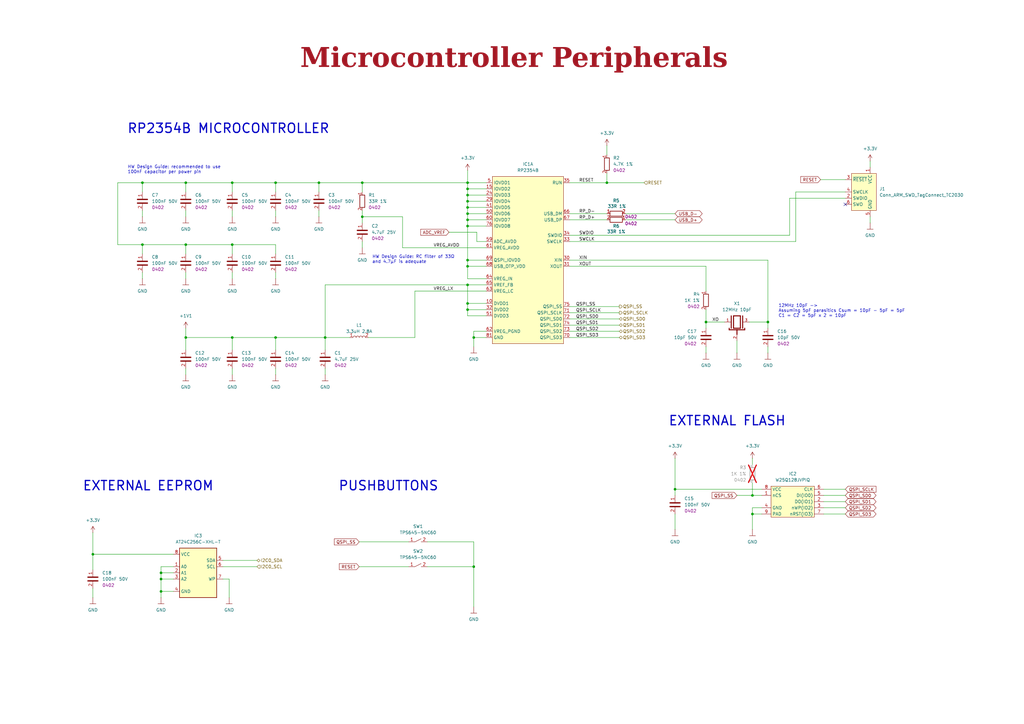
<source format=kicad_sch>
(kicad_sch (version 20250114) (generator "eeschema") (generator_version "9.0")
  (paper "A3")
  (title_block (title "Microcontroller Peripherals") (date "2026-02-05") (rev "1.0.0") (company "DvidMakesThings"))
  (text "EXTERNAL EEPROM" (at 33.782 199.39 0) (effects (font (size 3.81 3.81) (thickness 0.508) (bold yes)) (justify left)))
  (text "PUSHBUTTONS" (at 138.684 199.39 0) (effects (font (size 3.81 3.81) (thickness 0.508) (bold yes)) (justify left)))
  (text "EXTERNAL FLASH" (at 274.066 172.72 0) (effects (font (size 3.81 3.81) (thickness 0.508) (bold yes)) (justify left)))
  (text "RP2354B MICROCONTROLLER" (at 52.07 52.832 0) (effects (font (size 3.81 3.81) (thickness 0.508) (bold yes)) (justify left)))
  (text "HW Design Guide: RC filter of 33Ω\nand 4.7μF is adequate" (at 152.654 106.426 0) (effects (font (size 1.27 1.27)) (justify left)))
  (text "HW Design Guide: recommended to use\n100nF capacitor per power pin" (at 52.324 69.596 0) (effects (font (size 1.27 1.27)) (justify left)))
  (text "12MHz 10pF ->\nAssuming 5pF parasitics Csum = 10pF - 5pF = 5pF\nC1 = C2 = 5pF x 2 = 10pF" (at 319.278 127.508 0) (effects (font (size 1.27 1.27)) (justify left)))
  (text_box "Microcontroller Peripherals" (at 13.97 17.78 0) (size 393.7 12.7) (margins 5.9999 5.9999 5.9999 5.9999) (stroke (width -0.0001)) (effects (font (size 8 8) (thickness 1.2) (bold yes))))
  (junction (at 191.77 82.55))
  (junction (at 191.77 116.84))
  (junction (at 66.04 237.49))
  (junction (at 191.77 87.63))
  (junction (at 95.25 74.93))
  (junction (at 95.25 100.33))
  (junction (at 148.59 88.9))
  (junction (at 113.03 74.93))
  (junction (at 130.81 74.93))
  (junction (at 314.96 132.08))
  (junction (at 194.31 138.43))
  (junction (at 191.77 106.68))
  (junction (at 194.31 232.41))
  (junction (at 191.77 109.22))
  (junction (at 276.86 200.66))
  (junction (at 191.77 85.09))
  (junction (at 76.2 138.43))
  (junction (at 38.1 227.33))
  (junction (at 308.61 210.82))
  (junction (at 191.77 74.93))
  (junction (at 58.42 74.93))
  (junction (at 76.2 100.33))
  (junction (at 191.77 80.01))
  (junction (at 248.92 74.93))
  (junction (at 191.77 127))
  (junction (at 191.77 92.71))
  (junction (at 289.56 132.08))
  (junction (at 191.77 77.47))
  (junction (at 58.42 100.33))
  (junction (at 76.2 74.93))
  (junction (at 133.35 138.43))
  (junction (at 148.59 74.93))
  (junction (at 191.77 124.46))
  (junction (at 308.61 203.2))
  (junction (at 66.04 242.57))
  (junction (at 191.77 90.17))
  (junction (at 66.04 234.95))
  (junction (at 113.03 138.43))
  (junction (at 95.25 138.43))
  (no_connect (at 346.71 83.82))
  (wire (pts (xy 314.96 144.78) (xy 314.96 142.24)))
  (wire (pts (xy 133.35 116.84) (xy 133.35 138.43)))
  (wire (pts (xy 199.39 127) (xy 191.77 127)))
  (wire (pts (xy 170.18 119.38) (xy 199.39 119.38)))
  (wire (pts (xy 308.61 203.2) (xy 302.26 203.2)))
  (wire (pts (xy 76.2 104.14) (xy 76.2 100.33)))
  (wire (pts (xy 233.68 99.06) (xy 326.39 99.06)))
  (wire (pts (xy 191.77 90.17) (xy 199.39 90.17)))
  (wire (pts (xy 199.39 106.68) (xy 191.77 106.68)))
  (wire (pts (xy 199.39 124.46) (xy 191.77 124.46)))
  (wire (pts (xy 113.03 138.43) (xy 113.03 143.51)))
  (wire (pts (xy 95.25 100.33) (xy 76.2 100.33)))
  (wire (pts (xy 191.77 80.01) (xy 199.39 80.01)))
  (wire (pts (xy 191.77 82.55) (xy 199.39 82.55)))
  (wire (pts (xy 233.68 130.81) (xy 254 130.81)))
  (wire (pts (xy 233.68 138.43) (xy 254 138.43)))
  (wire (pts (xy 191.77 114.3) (xy 191.77 109.22)))
  (wire (pts (xy 95.25 138.43) (xy 113.03 138.43)))
  (wire (pts (xy 312.42 200.66) (xy 276.86 200.66)))
  (wire (pts (xy 66.04 234.95) (xy 66.04 237.49)))
  (wire (pts (xy 113.03 74.93) (xy 113.03 78.74)))
  (wire (pts (xy 248.92 74.93) (xy 264.16 74.93)))
  (wire (pts (xy 95.25 74.93) (xy 95.25 78.74)))
  (wire (pts (xy 337.82 200.66) (xy 346.71 200.66)))
  (wire (pts (xy 58.42 100.33) (xy 48.26 100.33)))
  (wire (pts (xy 276.86 187.96) (xy 276.86 200.66)))
  (wire (pts (xy 91.44 237.49) (xy 93.98 237.49)))
  (wire (pts (xy 165.1 101.6) (xy 199.39 101.6)))
  (wire (pts (xy 143.51 138.43) (xy 133.35 138.43)))
  (wire (pts (xy 276.86 87.63) (xy 256.54 87.63)))
  (wire (pts (xy 276.86 217.17) (xy 276.86 210.82)))
  (wire (pts (xy 312.42 203.2) (xy 308.61 203.2)))
  (wire (pts (xy 337.82 208.28) (xy 346.71 208.28)))
  (wire (pts (xy 337.82 205.74) (xy 346.71 205.74)))
  (wire (pts (xy 71.12 232.41) (xy 66.04 232.41)))
  (wire (pts (xy 148.59 101.6) (xy 148.59 99.06)))
  (wire (pts (xy 95.25 74.93) (xy 113.03 74.93)))
  (wire (pts (xy 76.2 138.43) (xy 95.25 138.43)))
  (wire (pts (xy 356.87 91.44) (xy 356.87 88.9)))
  (wire (pts (xy 233.68 109.22) (xy 289.56 109.22)))
  (wire (pts (xy 175.26 222.25) (xy 194.31 222.25)))
  (wire (pts (xy 133.35 138.43) (xy 133.35 143.51)))
  (wire (pts (xy 199.39 109.22) (xy 191.77 109.22)))
  (wire (pts (xy 191.77 116.84) (xy 133.35 116.84)))
  (wire (pts (xy 191.77 74.93) (xy 199.39 74.93)))
  (wire (pts (xy 170.18 138.43) (xy 170.18 119.38)))
  (wire (pts (xy 297.18 132.08) (xy 289.56 132.08)))
  (wire (pts (xy 308.61 187.96) (xy 308.61 190.5)))
  (wire (pts (xy 248.92 59.69) (xy 248.92 63.5)))
  (wire (pts (xy 66.04 237.49) (xy 71.12 237.49)))
  (wire (pts (xy 113.03 88.9) (xy 113.03 86.36)))
  (wire (pts (xy 199.39 92.71) (xy 191.77 92.71)))
  (wire (pts (xy 191.77 92.71) (xy 191.77 90.17)))
  (wire (pts (xy 66.04 242.57) (xy 71.12 242.57)))
  (wire (pts (xy 93.98 237.49) (xy 93.98 245.11)))
  (wire (pts (xy 113.03 138.43) (xy 133.35 138.43)))
  (wire (pts (xy 148.59 74.93) (xy 191.77 74.93)))
  (wire (pts (xy 95.25 88.9) (xy 95.25 86.36)))
  (wire (pts (xy 323.85 81.28) (xy 346.71 81.28)))
  (wire (pts (xy 194.31 138.43) (xy 194.31 142.24)))
  (wire (pts (xy 302.26 144.78) (xy 302.26 139.7)))
  (wire (pts (xy 314.96 132.08) (xy 314.96 134.62)))
  (wire (pts (xy 191.77 129.54) (xy 191.77 127)))
  (wire (pts (xy 191.77 85.09) (xy 191.77 82.55)))
  (wire (pts (xy 289.56 109.22) (xy 289.56 119.38)))
  (wire (pts (xy 76.2 114.3) (xy 76.2 111.76)))
  (wire (pts (xy 323.85 96.52) (xy 323.85 81.28)))
  (wire (pts (xy 151.13 138.43) (xy 170.18 138.43)))
  (wire (pts (xy 76.2 134.62) (xy 76.2 138.43)))
  (wire (pts (xy 194.31 138.43) (xy 199.39 138.43)))
  (wire (pts (xy 66.04 232.41) (xy 66.04 234.95)))
  (wire (pts (xy 147.32 222.25) (xy 167.64 222.25)))
  (wire (pts (xy 58.42 74.93) (xy 58.42 78.74)))
  (wire (pts (xy 175.26 232.41) (xy 194.31 232.41)))
  (wire (pts (xy 233.68 87.63) (xy 248.92 87.63)))
  (wire (pts (xy 58.42 100.33) (xy 76.2 100.33)))
  (wire (pts (xy 326.39 78.74) (xy 346.71 78.74)))
  (wire (pts (xy 308.61 198.12) (xy 308.61 203.2)))
  (wire (pts (xy 199.39 116.84) (xy 191.77 116.84)))
  (wire (pts (xy 191.77 80.01) (xy 191.77 77.47)))
  (wire (pts (xy 199.39 129.54) (xy 191.77 129.54)))
  (wire (pts (xy 191.77 127) (xy 191.77 124.46)))
  (wire (pts (xy 191.77 109.22) (xy 191.77 106.68)))
  (wire (pts (xy 191.77 124.46) (xy 191.77 116.84)))
  (wire (pts (xy 66.04 237.49) (xy 66.04 242.57)))
  (wire (pts (xy 307.34 132.08) (xy 314.96 132.08)))
  (wire (pts (xy 48.26 74.93) (xy 58.42 74.93)))
  (wire (pts (xy 233.68 90.17) (xy 248.92 90.17)))
  (wire (pts (xy 314.96 106.68) (xy 314.96 132.08)))
  (wire (pts (xy 58.42 104.14) (xy 58.42 100.33)))
  (wire (pts (xy 191.77 106.68) (xy 191.77 92.71)))
  (wire (pts (xy 195.58 95.25) (xy 195.58 99.06)))
  (wire (pts (xy 58.42 74.93) (xy 76.2 74.93)))
  (wire (pts (xy 289.56 144.78) (xy 289.56 142.24)))
  (wire (pts (xy 233.68 135.89) (xy 254 135.89)))
  (wire (pts (xy 91.44 229.87) (xy 105.41 229.87)))
  (wire (pts (xy 38.1 227.33) (xy 38.1 233.68)))
  (wire (pts (xy 195.58 99.06) (xy 199.39 99.06)))
  (wire (pts (xy 113.03 153.67) (xy 113.03 151.13)))
  (wire (pts (xy 113.03 104.14) (xy 113.03 100.33)))
  (wire (pts (xy 58.42 114.3) (xy 58.42 111.76)))
  (wire (pts (xy 165.1 101.6) (xy 165.1 88.9)))
  (wire (pts (xy 76.2 74.93) (xy 76.2 78.74)))
  (wire (pts (xy 289.56 127) (xy 289.56 132.08)))
  (wire (pts (xy 191.77 82.55) (xy 191.77 80.01)))
  (wire (pts (xy 191.77 74.93) (xy 191.77 69.85)))
  (wire (pts (xy 191.77 87.63) (xy 199.39 87.63)))
  (wire (pts (xy 199.39 114.3) (xy 191.77 114.3)))
  (wire (pts (xy 165.1 88.9) (xy 148.59 88.9)))
  (wire (pts (xy 276.86 200.66) (xy 276.86 203.2)))
  (wire (pts (xy 233.68 96.52) (xy 323.85 96.52)))
  (wire (pts (xy 194.31 135.89) (xy 194.31 138.43)))
  (wire (pts (xy 76.2 153.67) (xy 76.2 151.13)))
  (wire (pts (xy 76.2 88.9) (xy 76.2 86.36)))
  (wire (pts (xy 48.26 100.33) (xy 48.26 74.93)))
  (wire (pts (xy 130.81 74.93) (xy 130.81 78.74)))
  (wire (pts (xy 95.25 153.67) (xy 95.25 151.13)))
  (wire (pts (xy 113.03 100.33) (xy 95.25 100.33)))
  (wire (pts (xy 38.1 218.44) (xy 38.1 227.33)))
  (wire (pts (xy 38.1 245.11) (xy 38.1 241.3)))
  (wire (pts (xy 248.92 71.12) (xy 248.92 74.93)))
  (wire (pts (xy 66.04 234.95) (xy 71.12 234.95)))
  (wire (pts (xy 113.03 74.93) (xy 130.81 74.93)))
  (wire (pts (xy 184.15 95.25) (xy 195.58 95.25)))
  (wire (pts (xy 130.81 74.93) (xy 148.59 74.93)))
  (wire (pts (xy 91.44 232.41) (xy 105.41 232.41)))
  (wire (pts (xy 95.25 114.3) (xy 95.25 111.76)))
  (wire (pts (xy 312.42 208.28) (xy 308.61 208.28)))
  (wire (pts (xy 233.68 133.35) (xy 254 133.35)))
  (wire (pts (xy 191.77 90.17) (xy 191.77 87.63)))
  (wire (pts (xy 58.42 88.9) (xy 58.42 86.36)))
  (wire (pts (xy 336.55 73.66) (xy 346.71 73.66)))
  (wire (pts (xy 191.77 85.09) (xy 199.39 85.09)))
  (wire (pts (xy 191.77 77.47) (xy 199.39 77.47)))
  (wire (pts (xy 233.68 128.27) (xy 254 128.27)))
  (wire (pts (xy 38.1 227.33) (xy 71.12 227.33)))
  (wire (pts (xy 289.56 132.08) (xy 289.56 134.62)))
  (wire (pts (xy 113.03 114.3) (xy 113.03 111.76)))
  (wire (pts (xy 191.77 87.63) (xy 191.77 85.09)))
  (wire (pts (xy 233.68 125.73) (xy 254 125.73)))
  (wire (pts (xy 148.59 88.9) (xy 148.59 91.44)))
  (wire (pts (xy 95.25 100.33) (xy 95.25 104.14)))
  (wire (pts (xy 191.77 77.47) (xy 191.77 74.93)))
  (wire (pts (xy 148.59 86.36) (xy 148.59 88.9)))
  (wire (pts (xy 194.31 232.41) (xy 194.31 248.92)))
  (wire (pts (xy 130.81 88.9) (xy 130.81 86.36)))
  (wire (pts (xy 147.32 232.41) (xy 167.64 232.41)))
  (wire (pts (xy 308.61 208.28) (xy 308.61 210.82)))
  (wire (pts (xy 356.87 66.04) (xy 356.87 68.58)))
  (wire (pts (xy 337.82 203.2) (xy 346.71 203.2)))
  (wire (pts (xy 76.2 143.51) (xy 76.2 138.43)))
  (wire (pts (xy 337.82 210.82) (xy 346.71 210.82)))
  (wire (pts (xy 194.31 222.25) (xy 194.31 232.41)))
  (wire (pts (xy 95.25 138.43) (xy 95.25 143.51)))
  (wire (pts (xy 133.35 153.67) (xy 133.35 151.13)))
  (wire (pts (xy 76.2 74.93) (xy 95.25 74.93)))
  (wire (pts (xy 233.68 106.68) (xy 314.96 106.68)))
  (wire (pts (xy 308.61 210.82) (xy 308.61 217.17)))
  (wire (pts (xy 148.59 78.74) (xy 148.59 74.93)))
  (wire (pts (xy 276.86 90.17) (xy 256.54 90.17)))
  (wire (pts (xy 199.39 135.89) (xy 194.31 135.89)))
  (wire (pts (xy 233.68 74.93) (xy 248.92 74.93)))
  (wire (pts (xy 308.61 210.82) (xy 312.42 210.82)))
  (wire (pts (xy 326.39 99.06) (xy 326.39 78.74)))
  (wire (pts (xy 66.04 242.57) (xy 66.04 245.11)))
  (label "QSPI_SD0" (at 236.22 130.81 0))
  (label "QSPI_SD1" (at 236.22 133.35 0))
  (label "XIN" (at 237.49 106.68 0))
  (label "SWDIO" (at 237.49 96.52 0))
  (label "QSPI_SCLK" (at 236.22 128.27 0))
  (label "RESET" (at 237.49 74.93 0))
  (label "VREG_AVDD" (at 177.8 101.6 0))
  (label "XOUT" (at 237.49 109.22 0))
  (label "QSPI_SD2" (at 236.22 135.89 0))
  (label "QSPI_SS" (at 236.22 125.73 0))
  (label "QSPI_SD3" (at 236.22 138.43 0))
  (label "RP_D-" (at 237.49 87.63 0))
  (label "RP_D+" (at 237.49 90.17 0))
  (label "VREG_LX" (at 177.8 119.38 0))
  (label "XO" (at 292.1 132.08 0))
  (label "SWCLK" (at 237.49 99.06 0))
  (global_label "RESET" (shape input) (at 336.55 73.66 180) (property "Intersheetrefs" "${INTERSHEET_REFS}" (effects (hide yes))))
  (global_label "QSPI_SD0" (shape bidirectional) (at 346.71 203.2 0) (property "Intersheetrefs" "${INTERSHEET_REFS}" (effects (hide yes))))
  (global_label "USB_D-" (shape bidirectional) (at 276.86 87.63 0) (property "Intersheetrefs" "${INTERSHEET_REFS}" (effects (hide yes))))
  (global_label "QSPI_SD1" (shape bidirectional) (at 346.71 205.74 0) (property "Intersheetrefs" "${INTERSHEET_REFS}" (effects (hide yes))))
  (global_label "QSPI_SS" (shape input) (at 147.32 222.25 180) (property "Intersheetrefs" "${INTERSHEET_REFS}" (effects (hide yes))))
  (global_label "RESET" (shape input) (at 147.32 232.41 180) (property "Intersheetrefs" "${INTERSHEET_REFS}" (effects (hide yes))))
  (global_label "QSPI_SCLK" (shape input) (at 346.71 200.66 0) (property "Intersheetrefs" "${INTERSHEET_REFS}" (effects (hide yes))))
  (global_label "ADC_VREF" (shape input) (at 184.15 95.25 180) (property "Intersheetrefs" "${INTERSHEET_REFS}" (effects (hide yes))))
  (global_label "QSPI_SD3" (shape bidirectional) (at 346.71 210.82 0) (property "Intersheetrefs" "${INTERSHEET_REFS}" (effects (hide yes))))
  (global_label "QSPI_SD2" (shape bidirectional) (at 346.71 208.28 0) (property "Intersheetrefs" "${INTERSHEET_REFS}" (effects (hide yes))))
  (global_label "USB_D+" (shape bidirectional) (at 276.86 90.17 0) (property "Intersheetrefs" "${INTERSHEET_REFS}" (effects (hide yes))))
  (global_label "QSPI_SS" (shape input) (at 302.26 203.2 180) (property "Intersheetrefs" "${INTERSHEET_REFS}" (effects (hide yes))))
  (hierarchical_label "QSPI_SD2" (shape bidirectional) (at 254 135.89 0))
  (hierarchical_label "QSPI_SD1" (shape bidirectional) (at 254 133.35 0))
  (hierarchical_label "QSPI_SCLK" (shape output) (at 254 128.27 0))
  (hierarchical_label "QSPI_SD0" (shape bidirectional) (at 254 130.81 0))
  (hierarchical_label "I2C0_SDA" (shape bidirectional) (at 105.41 229.87 0))
  (hierarchical_label "I2C0_SCL" (shape input) (at 105.41 232.41 0))
  (hierarchical_label "QSPI_SD3" (shape bidirectional) (at 254 138.43 0))
  (hierarchical_label "QSPI_SS" (shape output) (at 254 125.73 0))
  (hierarchical_label "RESET" (shape input) (at 264.16 74.93 0))
  (symbol (lib_id "DS_Supply:GND") (at 66.04 245.11 0) (unit 1)
    (property "Reference" "#PWR028" (effects (hide yes)))
    (property "Value" "GND" (at 66.04 250.19 0))
    (property "Description" "Power symbol creates a global label with name \"GND\" , ground" (effects (hide yes)))
  )
  (symbol (lib_id "power:+3.3V") (at 308.61 187.96 0) (unit 1)
    (property "Reference" "#PWR022" (effects (hide yes)))
    (property "Value" "+3.3V" (at 308.61 182.88 0))
    (property "Description" "Power symbol creates a global label with name \"+3.3V\"" (effects (hide yes)))
  )
  (symbol (lib_id "DS_Capacitor_0402:100nF 50V 0402") (at 113.03 82.55 0) (unit 1)
    (property "Reference" "C4" (at 116.84 80.0099 0) (effects (justify left)))
    (property "Value" "100nF 50V" (at 116.84 82.5499 0) (effects (justify left)))
    (property "Footprint" "Capacitor_SMD:C_0402_1005Metric" (effects (hide yes)))
    (property "Description" "50V 100nF X7R ±10% 0402 Multilayer Ceramic Capacitors MLCC - SMD/SMT ROHS" (effects (hide yes)))
    (property "FOOTPRINT_SHORT" "0402" (at 116.84 85.0899 0) (effects (justify left)))
    (property "ROHS" "YES" (effects (hide yes)))
    (property "LCSC_PART" "C307331" (effects (hide yes)))
  )
  (symbol (lib_id "DS_Supply:GND") (at 356.87 91.44 0) (unit 1)
    (property "Reference" "#PWR032" (effects (hide yes)))
    (property "Value" "GND" (at 356.87 96.52 0))
    (property "Description" "Power symbol creates a global label with name \"GND\" , ground" (effects (hide yes)))
  )
  (symbol (lib_id "DS_Resistor_0402:1K 1% 0402") (at 289.56 123.19 0) (unit 1)
    (property "Reference" "R4" (at 287.02 120.6499 0) (effects (justify right)))
    (property "Value" "1K 1%" (at 287.02 123.1899 0) (effects (justify right)))
    (property "Footprint" "Resistor_SMD:R_0402_1005Metric" (effects (hide yes)))
    (property "Description" "62.5mW Thick Film Resistors 50V ±100ppm/℃ ±1% 1kΩ 0402 Chip Resistor - Surface Mount ROHS" (effects (hide yes)))
    (property "LCSC_PART" "C11702" (effects (hide yes)))
    (property "ROHS" "YES" (effects (hide yes)))
    (property "FOOTPRINT_SHORT" "0402" (at 287.02 125.7299 0) (effects (justify right)))
    (property "MFR" "FH" (effects (hide yes)))
  )
  (symbol (lib_id "DS_Supply:GND") (at 95.25 114.3 0) (unit 1)
    (property "Reference" "#PWR012" (effects (hide yes)))
    (property "Value" "GND" (at 95.25 119.38 0))
    (property "Description" "Power symbol creates a global label with name \"GND\" , ground" (effects (hide yes)))
  )
  (symbol (lib_id "DS_Capacitor_0402:100nF 50V 0402") (at 76.2 107.95 0) (unit 1)
    (property "Reference" "C9" (at 80.01 105.4099 0) (effects (justify left)))
    (property "Value" "100nF 50V" (at 80.01 107.9499 0) (effects (justify left)))
    (property "Footprint" "Capacitor_SMD:C_0402_1005Metric" (effects (hide yes)))
    (property "Description" "50V 100nF X7R ±10% 0402 Multilayer Ceramic Capacitors MLCC - SMD/SMT ROHS" (effects (hide yes)))
    (property "FOOTPRINT_SHORT" "0402" (at 80.01 110.4899 0) (effects (justify left)))
    (property "ROHS" "YES" (effects (hide yes)))
    (property "LCSC_PART" "C307331" (effects (hide yes)))
  )
  (symbol (lib_id "DS_Resistor_0402:4.7K 1% 0402") (at 248.92 67.31 0) (unit 1)
    (property "Reference" "R2" (at 251.46 64.7699 0) (effects (justify left)))
    (property "Value" "4.7K 1%" (at 251.46 67.3099 0) (effects (justify left)))
    (property "Footprint" "Resistor_SMD:R_0402_1005Metric" (effects (hide yes)))
    (property "Description" "62.5mW Thick Film Resistors 50V ±100ppm/℃ ±1% 4.7kΩ 0402 Chip Resistor - Surface Mount ROHS" (effects (hide yes)))
    (property "LCSC_PART" "C25900" (effects (hide yes)))
    (property "ROHS" "YES" (effects (hide yes)))
    (property "FOOTPRINT_SHORT" "0402" (at 251.46 69.8499 0) (effects (justify left)))
  )
  (symbol (lib_id "power:+3.3V") (at 38.1 218.44 0) (unit 1)
    (property "Reference" "#PWR026" (effects (hide yes)))
    (property "Value" "+3.3V" (at 38.1 213.36 0))
    (property "Description" "Power symbol creates a global label with name \"+3.3V\"" (effects (hide yes)))
  )
  (symbol (lib_id "DS_Supply:GND") (at 113.03 88.9 0) (unit 1)
    (property "Reference" "#PWR09" (effects (hide yes)))
    (property "Value" "GND" (at 113.03 93.98 0))
    (property "Description" "Power symbol creates a global label with name \"GND\" , ground" (effects (hide yes)))
  )
  (symbol (lib_id "DS_Switch:Tact_Switch") (at 171.45 222.25 0) (unit 1)
    (property "Reference" "SW1" (at 171.45 215.9 0))
    (property "Value" "TPS645-5NC60" (at 171.45 218.44 0))
    (property "Footprint" "DS_Switch:SW_TS04-66-43-BK-160-SMT" (effects (hide yes)))
    (property "Datasheet" "https://jlcpcb.com/api/file/downloadByFileSystemAccessId/8603189871485857792" (effects (hide yes)))
    (property "Description" "Tactile Switch/Push Button Switch ROHS" (effects (hide yes)))
    (property "MFR" "ROCPU " (effects (hide yes)))
    (property "MPN" "TPS645-5NC60" (effects (hide yes)))
    (property "LCSC_PART" "C19191552" (effects (hide yes)))
    (property "ROHS" "YES" (effects (hide yes)))
  )
  (symbol (lib_id "DS_Supply:GND") (at 58.42 114.3 0) (unit 1)
    (property "Reference" "#PWR05" (effects (hide yes)))
    (property "Value" "GND" (at 58.42 119.38 0))
    (property "Description" "Power symbol creates a global label with name \"GND\" , ground" (effects (hide yes)))
  )
  (symbol (lib_id "DS_Capacitor_0402:100nF 50V 0402") (at 276.86 207.01 0) (unit 1)
    (property "Reference" "C15" (at 280.67 204.4699 0) (effects (justify left)))
    (property "Value" "100nF 50V" (at 280.67 207.0099 0) (effects (justify left)))
    (property "Footprint" "Capacitor_SMD:C_0402_1005Metric" (effects (hide yes)))
    (property "Description" "50V 100nF X7R ±10% 0402 Multilayer Ceramic Capacitors MLCC - SMD/SMT ROHS" (effects (hide yes)))
    (property "FOOTPRINT_SHORT" "0402" (at 280.67 209.5499 0) (effects (justify left)))
    (property "ROHS" "YES" (effects (hide yes)))
    (property "LCSC_PART" "C307331" (effects (hide yes)))
  )
  (symbol (lib_id "DS_Supply:GND") (at 194.31 142.24 0) (unit 1)
    (property "Reference" "#PWR04" (effects (hide yes)))
    (property "Value" "GND" (at 194.31 147.32 0))
    (property "Description" "Power symbol creates a global label with name \"GND\" , ground" (effects (hide yes)))
  )
  (symbol (lib_id "DS_Supply:GND") (at 76.2 114.3 0) (unit 1)
    (property "Reference" "#PWR013" (effects (hide yes)))
    (property "Value" "GND" (at 76.2 119.38 0))
    (property "Description" "Power symbol creates a global label with name \"GND\" , ground" (effects (hide yes)))
  )
  (symbol (lib_id "DS_Inductor:3.3uH_2.8A") (at 147.32 138.43 0) (unit 1)
    (property "Reference" "L1" (at 147.32 133.35 0))
    (property "Value" "3.3uH 2.8A" (at 147.32 135.89 0))
    (property "Footprint" "DS_Inductor:0805" (effects (hide yes)))
    (property "Datasheet" "https://abracon.com/datasheets/AOTA-B201610S3R3-101-T.pdf" (effects (hide yes)))
    (property "Description" "MINI MOLDED POWER INDUCTOR (3.3µH )" (effects (hide yes)))
    (property "LCSC_PART" "C42411119" (effects (hide yes)))
    (property "ROHS" "YES" (effects (hide yes)))
    (property "MPN" "AOTA-B201610S3R3-101-T" (effects (hide yes)))
    (property "MFR" "Abracon " (effects (hide yes)))
  )
  (symbol (lib_id "DS_Supply:GND") (at 76.2 88.9 0) (unit 1)
    (property "Reference" "#PWR07" (effects (hide yes)))
    (property "Value" "GND" (at 76.2 93.98 0))
    (property "Description" "Power symbol creates a global label with name \"GND\" , ground" (effects (hide yes)))
  )
  (symbol (lib_id "DS_Capacitor_0402:100nF 50V 0402") (at 76.2 147.32 0) (unit 1)
    (property "Reference" "C12" (at 80.01 144.7799 0) (effects (justify left)))
    (property "Value" "100nF 50V" (at 80.01 147.3199 0) (effects (justify left)))
    (property "Footprint" "Capacitor_SMD:C_0402_1005Metric" (effects (hide yes)))
    (property "Description" "50V 100nF X7R ±10% 0402 Multilayer Ceramic Capacitors MLCC - SMD/SMT ROHS" (effects (hide yes)))
    (property "FOOTPRINT_SHORT" "0402" (at 80.01 149.8599 0) (effects (justify left)))
    (property "ROHS" "YES" (effects (hide yes)))
    (property "LCSC_PART" "C307331" (effects (hide yes)))
  )
  (symbol (lib_id "DS_Capacitor_0402:100nF 50V 0402") (at 38.1 237.49 0) (unit 1)
    (property "Reference" "C18" (at 41.91 234.9499 0) (effects (justify left)))
    (property "Value" "100nF 50V" (at 41.91 237.4899 0) (effects (justify left)))
    (property "Footprint" "Capacitor_SMD:C_0402_1005Metric" (effects (hide yes)))
    (property "Description" "50V 100nF X7R ±10% 0402 Multilayer Ceramic Capacitors MLCC - SMD/SMT ROHS" (effects (hide yes)))
    (property "FOOTPRINT_SHORT" "0402" (at 41.91 240.0299 0) (effects (justify left)))
    (property "ROHS" "YES" (effects (hide yes)))
    (property "LCSC_PART" "C307331" (effects (hide yes)))
  )
  (symbol (lib_id "DS_Capacitor_0402:100nF 50V 0402") (at 58.42 107.95 0) (unit 1)
    (property "Reference" "C8" (at 62.23 105.4099 0) (effects (justify left)))
    (property "Value" "100nF 50V" (at 62.23 107.9499 0) (effects (justify left)))
    (property "Footprint" "Capacitor_SMD:C_0402_1005Metric" (effects (hide yes)))
    (property "Description" "50V 100nF X7R ±10% 0402 Multilayer Ceramic Capacitors MLCC - SMD/SMT ROHS" (effects (hide yes)))
    (property "FOOTPRINT_SHORT" "0402" (at 62.23 110.4899 0) (effects (justify left)))
    (property "ROHS" "YES" (effects (hide yes)))
    (property "LCSC_PART" "C307331" (effects (hide yes)))
  )
  (symbol (lib_id "DS_Supply:GND") (at 38.1 245.11 0) (unit 1)
    (property "Reference" "#PWR027" (effects (hide yes)))
    (property "Value" "GND" (at 38.1 250.19 0))
    (property "Description" "Power symbol creates a global label with name \"GND\" , ground" (effects (hide yes)))
  )
  (symbol (lib_id "DS_Supply:GND") (at 314.96 144.78 0) (unit 1)
    (property "Reference" "#PWR024" (effects (hide yes)))
    (property "Value" "GND" (at 314.96 149.86 0))
    (property "Description" "Power symbol creates a global label with name \"GND\" , ground" (effects (hide yes)))
  )
  (symbol (lib_id "DS_Resistor_0402:33R 1% 0402") (at 148.59 82.55 0) (unit 1)
    (property "Reference" "R1" (at 151.13 80.0099 0) (effects (justify left)))
    (property "Value" "33R 1%" (at 151.13 82.5499 0) (effects (justify left)))
    (property "Footprint" "Resistor_SMD:R_0402_1005Metric" (effects (hide yes)))
    (property "Description" "-55℃~+155℃ 33Ω 50V 62.5mW Thick Film Resistor ±1% ±100ppm/℃ 0402 Chip Resistor - Surface Mount ROHS" (effects (hide yes)))
    (property "LCSC_PART" "C25105" (effects (hide yes)))
    (property "ROHS" "YES" (effects (hide yes)))
    (property "FOOTPRINT_SHORT" "0402" (at 151.13 85.0899 0) (effects (justify left)))
    (property "MFR" "ROHM" (effects (hide yes)))
  )
  (symbol (lib_id "DS_Capacitor_0402:10pF 50V 0402") (at 314.96 138.43 0) (unit 1)
    (property "Reference" "C16" (at 318.77 135.8899 0) (effects (justify left)))
    (property "Value" "10pF 50V" (at 318.77 138.4299 0) (effects (justify left)))
    (property "Footprint" "Capacitor_SMD:C_0402_1005Metric" (effects (hide yes)))
    (property "Description" "10pF 50V C0G ±5% 0402 Multilayer Ceramic Capacitors MLCC - SMD/SMT ROHS" (effects (hide yes)))
    (property "FOOTPRINT_SHORT" "0402" (at 318.77 140.9699 0) (effects (justify left)))
    (property "ROHS" "YES" (effects (hide yes)))
    (property "LCSC_PART" "C466222" (effects (hide yes)))
    (property "MFR" "CCTC" (effects (hide yes)))
  )
  (symbol (lib_id "power:+3.3V") (at 276.86 187.96 0) (unit 1)
    (property "Reference" "#PWR021" (effects (hide yes)))
    (property "Value" "+3.3V" (at 276.86 182.88 0))
    (property "Description" "Power symbol creates a global label with name \"+3.3V\"" (effects (hide yes)))
  )
  (symbol (lib_id "DS_Capacitor_0402:10pF 50V 0402") (at 289.56 138.43 0) (mirror y) (unit 1)
    (property "Reference" "C17" (at 285.75 135.8899 0) (effects (justify left)))
    (property "Value" "10pF 50V" (at 285.75 138.4299 0) (effects (justify left)))
    (property "Footprint" "Capacitor_SMD:C_0402_1005Metric" (effects (hide yes)))
    (property "Description" "10pF 50V C0G ±5% 0402 Multilayer Ceramic Capacitors MLCC - SMD/SMT ROHS" (effects (hide yes)))
    (property "FOOTPRINT_SHORT" "0402" (at 285.75 140.9699 0) (effects (justify left)))
    (property "ROHS" "YES" (effects (hide yes)))
    (property "LCSC_PART" "C466222" (effects (hide yes)))
    (property "MFR" "CCTC" (effects (hide yes)))
  )
  (symbol (lib_id "power:+1V1") (at 76.2 134.62 0) (unit 1)
    (property "Reference" "#PWR014" (effects (hide yes)))
    (property "Value" "+1V1" (at 76.2 129.54 0))
    (property "Description" "Power symbol creates a global label with name \"+1V1\"" (effects (hide yes)))
  )
  (symbol (lib_id "DS_Supply:GND") (at 113.03 114.3 0) (unit 1)
    (property "Reference" "#PWR011" (effects (hide yes)))
    (property "Value" "GND" (at 113.03 119.38 0))
    (property "Description" "Power symbol creates a global label with name \"GND\" , ground" (effects (hide yes)))
  )
  (symbol (lib_id "DS_Capacitor_0402:4.7uF 25V 0402") (at 133.35 147.32 0) (unit 1)
    (property "Reference" "C1" (at 137.16 144.7799 0) (effects (justify left)))
    (property "Value" "4.7uF 25V" (at 137.16 147.3199 0) (effects (justify left)))
    (property "Footprint" "Capacitor_SMD:C_0402_1005Metric" (effects (hide yes)))
    (property "Description" "25V 4.7uF X5R ±20% 0402 Multilayer Ceramic Capacitors MLCC - SMD/SMT ROHS" (effects (hide yes)))
    (property "FOOTPRINT_SHORT" "0402" (at 137.16 149.8599 0) (effects (justify left)))
    (property "ROHS" "YES" (effects (hide yes)))
    (property "LCSC_PART" "C22367824" (effects (hide yes)))
    (property "MFR" "Murata" (effects (hide yes)))
  )
  (symbol (lib_id "DS_Memory:W25Q128JVPIQ") (at 325.12 205.74 0) (unit 1)
    (property "Reference" "IC2" (at 325.12 194.31 0))
    (property "Value" "W25Q128JVPIQ" (at 325.12 196.85 0))
    (property "Footprint" "DS_Memory:WSON8_6x5" (effects (hide yes)))
    (property "Datasheet" "https://www.winbond.com/resource-files/w25q128jv%20revf%2003272018%20plus.pdf" (effects (hide yes)))
    (property "Description" "FLASH - NOR Memory IC 128Mbit SPI - Quad I/O, QPI 133 MHz 8-WSON (6x5)" (effects (hide yes)))
    (property "MPN" "W25Q128JVPIQ" (effects (hide yes)))
    (property "MFR" "Winbond Electronics" (effects (hide yes)))
    (property "ROHS" "YES" (effects (hide yes)))
    (property "LCSC_PART" "C190862" (effects (hide yes)))
  )
  (symbol (lib_id "DS_Capacitor_0402:100nF 50V 0402") (at 58.42 82.55 0) (unit 1)
    (property "Reference" "C7" (at 62.23 80.0099 0) (effects (justify left)))
    (property "Value" "100nF 50V" (at 62.23 82.5499 0) (effects (justify left)))
    (property "Footprint" "Capacitor_SMD:C_0402_1005Metric" (effects (hide yes)))
    (property "Description" "50V 100nF X7R ±10% 0402 Multilayer Ceramic Capacitors MLCC - SMD/SMT ROHS" (effects (hide yes)))
    (property "FOOTPRINT_SHORT" "0402" (at 62.23 85.0899 0) (effects (justify left)))
    (property "ROHS" "YES" (effects (hide yes)))
    (property "LCSC_PART" "C307331" (effects (hide yes)))
  )
  (symbol (lib_id "DS_Capacitor_0402:100nF 50V 0402") (at 113.03 107.95 0) (unit 1)
    (property "Reference" "C11" (at 116.84 105.4099 0) (effects (justify left)))
    (property "Value" "100nF 50V" (at 116.84 107.9499 0) (effects (justify left)))
    (property "Footprint" "Capacitor_SMD:C_0402_1005Metric" (effects (hide yes)))
    (property "Description" "50V 100nF X7R ±10% 0402 Multilayer Ceramic Capacitors MLCC - SMD/SMT ROHS" (effects (hide yes)))
    (property "FOOTPRINT_SHORT" "0402" (at 116.84 110.4899 0) (effects (justify left)))
    (property "ROHS" "YES" (effects (hide yes)))
    (property "LCSC_PART" "C307331" (effects (hide yes)))
  )
  (symbol (lib_id "DS_Microcontroller:RP2354B") (at 215.9 106.68 0) (unit 1)
    (property "Reference" "IC1" (at 216.535 67.31 0))
    (property "Value" "RP2354B" (at 216.535 69.85 0))
    (property "Footprint" "DS_Microcontroller:QFN80_10x10" (effects (hide yes)))
    (property "Datasheet" "https://pip-assets.raspberrypi.com/categories/1214-rp2350/documents/RP-008373-DS-2-rp2350-datasheet.pdf?disposition=inline" (effects (hide yes)))
    (property "Description" "QFN-80-EP(10x10) Microcontrollers (MCU/MPU/SOC) ROHS" (effects (hide yes)))
    (property "LCSC_PART" "C39843328" (effects (hide yes)))
    (property "MFR" "Raspberry Pi " (effects (hide yes)))
    (property "MPN" "RP2354B" (effects (hide yes)))
    (property "ROHS" "YES" (effects (hide yes)))
  )
  (symbol (lib_id "DS_Supply:GND") (at 95.25 88.9 0) (unit 1)
    (property "Reference" "#PWR08" (effects (hide yes)))
    (property "Value" "GND" (at 95.25 93.98 0))
    (property "Description" "Power symbol creates a global label with name \"GND\" , ground" (effects (hide yes)))
  )
  (symbol (lib_id "DS_Capacitor_0402:100nF 50V 0402") (at 113.03 147.32 0) (unit 1)
    (property "Reference" "C14" (at 116.84 144.7799 0) (effects (justify left)))
    (property "Value" "100nF 50V" (at 116.84 147.3199 0) (effects (justify left)))
    (property "Footprint" "Capacitor_SMD:C_0402_1005Metric" (effects (hide yes)))
    (property "Description" "50V 100nF X7R ±10% 0402 Multilayer Ceramic Capacitors MLCC - SMD/SMT ROHS" (effects (hide yes)))
    (property "FOOTPRINT_SHORT" "0402" (at 116.84 149.8599 0) (effects (justify left)))
    (property "ROHS" "YES" (effects (hide yes)))
    (property "LCSC_PART" "C307331" (effects (hide yes)))
  )
  (symbol (lib_id "DS_Supply:GND") (at 130.81 88.9 0) (unit 1)
    (property "Reference" "#PWR010" (effects (hide yes)))
    (property "Value" "GND" (at 130.81 93.98 0))
    (property "Description" "Power symbol creates a global label with name \"GND\" , ground" (effects (hide yes)))
  )
  (symbol (lib_id "DS_Supply:GND") (at 58.42 88.9 0) (unit 1)
    (property "Reference" "#PWR06" (effects (hide yes)))
    (property "Value" "GND" (at 58.42 93.98 0))
    (property "Description" "Power symbol creates a global label with name \"GND\" , ground" (effects (hide yes)))
  )
  (symbol (lib_id "DS_Supply:GND") (at 148.59 101.6 0) (unit 1)
    (property "Reference" "#PWR02" (effects (hide yes)))
    (property "Value" "GND" (at 148.59 106.68 0))
    (property "Description" "Power symbol creates a global label with name \"GND\" , ground" (effects (hide yes)))
  )
  (symbol (lib_id "DS_Supply:GND") (at 133.35 153.67 0) (unit 1)
    (property "Reference" "#PWR03" (effects (hide yes)))
    (property "Value" "GND" (at 133.35 158.75 0))
    (property "Description" "Power symbol creates a global label with name \"GND\" , ground" (effects (hide yes)))
  )
  (symbol (lib_id "power:+3.3V") (at 191.77 69.85 0) (unit 1)
    (property "Reference" "#PWR01" (effects (hide yes)))
    (property "Value" "+3.3V" (at 191.77 64.77 0))
    (property "Description" "Power symbol creates a global label with name \"+3.3V\"" (effects (hide yes)))
  )
  (symbol (lib_id "DS_Supply:GND") (at 113.03 153.67 0) (unit 1)
    (property "Reference" "#PWR015" (effects (hide yes)))
    (property "Value" "GND" (at 113.03 158.75 0))
    (property "Description" "Power symbol creates a global label with name \"GND\" , ground" (effects (hide yes)))
  )
  (symbol (lib_id "power:+3.3V") (at 248.92 59.69 0) (unit 1)
    (property "Reference" "#PWR018" (effects (hide yes)))
    (property "Value" "+3.3V" (at 248.92 54.61 0))
    (property "Description" "Power symbol creates a global label with name \"+3.3V\"" (effects (hide yes)))
  )
  (symbol (lib_id "power:+3.3V") (at 356.87 66.04 0) (unit 1)
    (property "Reference" "#PWR030" (effects (hide yes)))
    (property "Value" "+3.3V" (at 356.87 60.96 0))
    (property "Description" "Power symbol creates a global label with name \"+3.3V\"" (effects (hide yes)))
  )
  (symbol (lib_id "Connector:Conn_ARM_SWD_TagConnect_TC2030") (at 354.33 78.74 0) (mirror y) (unit 1) (in_bom no)
    (property "Reference" "J1" (at 360.68 77.4699 0) (effects (justify right)))
    (property "Value" "Conn_ARM_SWD_TagConnect_TC2030" (at 360.68 80.0099 0) (effects (justify right)))
    (property "Footprint" "Connector_PinHeader_1.27mm:PinHeader_2x07_P1.27mm_Vertical_SMD" (effects (hide yes)))
    (property "Datasheet" "https://www.tag-connect.com/wp-content/uploads/bsk-pdf-manager/TC2030-CTX_1.pdf" (effects (hide yes)))
    (property "Description" "Tag-Connect ARM Cortex SWD JTAG connector, 6 pin" (effects (hide yes)))
  )
  (symbol (lib_id "DS_Supply:GND") (at 76.2 153.67 0) (unit 1)
    (property "Reference" "#PWR017" (effects (hide yes)))
    (property "Value" "GND" (at 76.2 158.75 0))
    (property "Description" "Power symbol creates a global label with name \"GND\" , ground" (effects (hide yes)))
  )
  (symbol (lib_id "DS_Capacitor_0402:100nF 50V 0402") (at 95.25 147.32 0) (unit 1)
    (property "Reference" "C13" (at 99.06 144.7799 0) (effects (justify left)))
    (property "Value" "100nF 50V" (at 99.06 147.3199 0) (effects (justify left)))
    (property "Footprint" "Capacitor_SMD:C_0402_1005Metric" (effects (hide yes)))
    (property "Description" "50V 100nF X7R ±10% 0402 Multilayer Ceramic Capacitors MLCC - SMD/SMT ROHS" (effects (hide yes)))
    (property "FOOTPRINT_SHORT" "0402" (at 99.06 149.8599 0) (effects (justify left)))
    (property "ROHS" "YES" (effects (hide yes)))
    (property "LCSC_PART" "C307331" (effects (hide yes)))
  )
  (symbol (lib_id "DS_Resistor_0402:1K 1% 0402") (at 308.61 194.31 0) (unit 1) (in_bom no) (dnp yes)
    (property "Reference" "R3" (at 306.07 191.7699 0) (effects (justify right)))
    (property "Value" "1K 1%" (at 306.07 194.3099 0) (effects (justify right)))
    (property "Footprint" "Resistor_SMD:R_0402_1005Metric" (effects (hide yes)))
    (property "Description" "62.5mW Thick Film Resistors 50V ±100ppm/℃ ±1% 1kΩ 0402 Chip Resistor - Surface Mount ROHS" (effects (hide yes)))
    (property "LCSC_PART" "C11702" (effects (hide yes)))
    (property "ROHS" "YES" (effects (hide yes)))
    (property "FOOTPRINT_SHORT" "0402" (at 306.07 196.8499 0) (effects (justify right)))
    (property "MFR" "FH" (effects (hide yes)))
  )
  (symbol (lib_id "DS_Supply:GND") (at 276.86 217.17 0) (unit 1)
    (property "Reference" "#PWR019" (effects (hide yes)))
    (property "Value" "GND" (at 276.86 222.25 0))
    (property "Description" "Power symbol creates a global label with name \"GND\" , ground" (effects (hide yes)))
  )
  (symbol (lib_id "DS_Memory:AT24C256C") (at 81.28 236.22 0) (unit 1)
    (property "Reference" "IC3" (at 81.28 219.71 0))
    (property "Value" "AT24C256C-XHL-T" (at 81.28 222.25 0))
    (property "Footprint" "DS_Memory:TSSOP-8" (effects (hide yes)))
    (property "Datasheet" "https://ww1.microchip.com/downloads/aemDocuments/documents/MPD/ProductDocuments/DataSheets/AT24C256C-I%C2%B2C-Compatible-%28Two-Wire%29-Serial-EEPROM-256-Kbit-%2832%2C768x8%29-Data-Sheet-DS20006042.pdf" (effects (hide yes)))
    (property "Description" "EEPROM Memory IC 256Kbit I2C 1 MHz 550 ns 8-TSSOP" (effects (hide yes)))
    (property "MPN" "AT24C256C-XHL-T" (effects (hide yes)))
    (property "MFR" "Microchip" (effects (hide yes)))
    (property "ROHS" "YES" (effects (hide yes)))
    (property "LCSC_PART" "C33035" (effects (hide yes)))
    (property "LCSC_PRICE" "EUR 0.3996" (effects (hide yes)))
    (property "DIST1" "https://www.digikey.at/en/products/detail/microchip-technology/at24c256c-xhl-t/2271164" (effects (hide yes)))
    (property "PPU1" "EUR 0.580 DIGI" (effects (hide yes)))
  )
  (symbol (lib_id "DS_Supply:GND") (at 308.61 217.17 0) (unit 1)
    (property "Reference" "#PWR020" (effects (hide yes)))
    (property "Value" "GND" (at 308.61 222.25 0))
    (property "Description" "Power symbol creates a global label with name \"GND\" , ground" (effects (hide yes)))
  )
  (symbol (lib_id "DS_Capacitor_0402:100nF 50V 0402") (at 130.81 82.55 0) (unit 1)
    (property "Reference" "C3" (at 134.62 80.0099 0) (effects (justify left)))
    (property "Value" "100nF 50V" (at 134.62 82.5499 0) (effects (justify left)))
    (property "Footprint" "Capacitor_SMD:C_0402_1005Metric" (effects (hide yes)))
    (property "Description" "50V 100nF X7R ±10% 0402 Multilayer Ceramic Capacitors MLCC - SMD/SMT ROHS" (effects (hide yes)))
    (property "FOOTPRINT_SHORT" "0402" (at 134.62 85.0899 0) (effects (justify left)))
    (property "ROHS" "YES" (effects (hide yes)))
    (property "LCSC_PART" "C307331" (effects (hide yes)))
  )
  (symbol (lib_id "DS_Resistor_0402:33R 1% 0402") (at 252.73 90.17 270) (mirror x) (unit 1)
    (property "Reference" "R6" (at 252.73 92.71 90))
    (property "Value" "33R 1%" (at 252.73 94.996 90))
    (property "Footprint" "Resistor_SMD:R_0402_1005Metric" (effects (hide yes)))
    (property "Description" "-55℃~+155℃ 33Ω 50V 62.5mW Thick Film Resistor ±1% ±100ppm/℃ 0402 Chip Resistor - Surface Mount ROHS" (effects (hide yes)))
    (property "LCSC_PART" "C25105" (effects (hide yes)))
    (property "ROHS" "YES" (effects (hide yes)))
    (property "FOOTPRINT_SHORT" "0402" (at 258.826 91.694 90))
    (property "MFR" "ROHM" (effects (hide yes)))
  )
  (symbol (lib_id "DS_Capacitor_0402:4.7uF 25V 0402") (at 148.59 95.25 0) (unit 1)
    (property "Reference" "C2" (at 152.4 92.7099 0) (effects (justify left)))
    (property "Value" "4.7uF 25V" (at 152.4 95.2499 0) (effects (justify left)))
    (property "Footprint" "Capacitor_SMD:C_0402_1005Metric" (effects (hide yes)))
    (property "Description" "25V 4.7uF X5R ±20% 0402 Multilayer Ceramic Capacitors MLCC - SMD/SMT ROHS" (effects (hide yes)))
    (property "FOOTPRINT_SHORT" "0402" (at 152.4 97.7899 0) (effects (justify left)))
    (property "ROHS" "YES" (effects (hide yes)))
    (property "LCSC_PART" "C22367824" (effects (hide yes)))
    (property "MFR" "Murata" (effects (hide yes)))
  )
  (symbol (lib_id "DS_Supply:GND") (at 95.25 153.67 0) (unit 1)
    (property "Reference" "#PWR016" (effects (hide yes)))
    (property "Value" "GND" (at 95.25 158.75 0))
    (property "Description" "Power symbol creates a global label with name \"GND\" , ground" (effects (hide yes)))
  )
  (symbol (lib_id "DS_Switch:Tact_Switch") (at 171.45 232.41 0) (unit 1)
    (property "Reference" "SW2" (at 171.45 226.06 0))
    (property "Value" "TPS645-5NC60" (at 171.45 228.6 0))
    (property "Footprint" "DS_Switch:SW_TS04-66-43-BK-160-SMT" (effects (hide yes)))
    (property "Datasheet" "https://jlcpcb.com/api/file/downloadByFileSystemAccessId/8603189871485857792" (effects (hide yes)))
    (property "Description" "Tactile Switch/Push Button Switch ROHS" (effects (hide yes)))
    (property "MFR" "ROCPU " (effects (hide yes)))
    (property "MPN" "TPS645-5NC60" (effects (hide yes)))
    (property "LCSC_PART" "C19191552" (effects (hide yes)))
    (property "ROHS" "YES" (effects (hide yes)))
  )
  (symbol (lib_id "DS_Supply:GND") (at 302.26 144.78 0) (unit 1)
    (property "Reference" "#PWR025" (effects (hide yes)))
    (property "Value" "GND" (at 302.26 149.86 0))
    (property "Description" "Power symbol creates a global label with name \"GND\" , ground" (effects (hide yes)))
  )
  (symbol (lib_id "DS_Capacitor_0402:100nF 50V 0402") (at 95.25 82.55 0) (unit 1)
    (property "Reference" "C5" (at 99.06 80.0099 0) (effects (justify left)))
    (property "Value" "100nF 50V" (at 99.06 82.5499 0) (effects (justify left)))
    (property "Footprint" "Capacitor_SMD:C_0402_1005Metric" (effects (hide yes)))
    (property "Description" "50V 100nF X7R ±10% 0402 Multilayer Ceramic Capacitors MLCC - SMD/SMT ROHS" (effects (hide yes)))
    (property "FOOTPRINT_SHORT" "0402" (at 99.06 85.0899 0) (effects (justify left)))
    (property "ROHS" "YES" (effects (hide yes)))
    (property "LCSC_PART" "C307331" (effects (hide yes)))
  )
  (symbol (lib_id "DS_Supply:GND") (at 194.31 248.92 0) (unit 1)
    (property "Reference" "#PWR031" (effects (hide yes)))
    (property "Value" "GND" (at 194.31 254 0))
    (property "Description" "Power symbol creates a global label with name \"GND\" , ground" (effects (hide yes)))
  )
  (symbol (lib_id "DS_Capacitor_0402:100nF 50V 0402") (at 95.25 107.95 0) (unit 1)
    (property "Reference" "C10" (at 99.06 105.4099 0) (effects (justify left)))
    (property "Value" "100nF 50V" (at 99.06 107.9499 0) (effects (justify left)))
    (property "Footprint" "Capacitor_SMD:C_0402_1005Metric" (effects (hide yes)))
    (property "Description" "50V 100nF X7R ±10% 0402 Multilayer Ceramic Capacitors MLCC - SMD/SMT ROHS" (effects (hide yes)))
    (property "FOOTPRINT_SHORT" "0402" (at 99.06 110.4899 0) (effects (justify left)))
    (property "ROHS" "YES" (effects (hide yes)))
    (property "LCSC_PART" "C307331" (effects (hide yes)))
  )
  (symbol (lib_id "DS_Supply:GND") (at 93.98 245.11 0) (unit 1)
    (property "Reference" "#PWR029" (effects (hide yes)))
    (property "Value" "GND" (at 93.98 250.19 0))
    (property "Description" "Power symbol creates a global label with name \"GND\" , ground" (effects (hide yes)))
  )
  (symbol (lib_id "DS_Resistor_0402:33R 1% 0402") (at 252.73 87.63 90) (unit 1)
    (property "Reference" "R5" (at 252.73 82.296 90))
    (property "Value" "33R 1%" (at 252.984 84.582 90))
    (property "Footprint" "Resistor_SMD:R_0402_1005Metric" (effects (hide yes)))
    (property "Description" "-55℃~+155℃ 33Ω 50V 62.5mW Thick Film Resistor ±1% ±100ppm/℃ 0402 Chip Resistor - Surface Mount ROHS" (effects (hide yes)))
    (property "LCSC_PART" "C25105" (effects (hide yes)))
    (property "ROHS" "YES" (effects (hide yes)))
    (property "FOOTPRINT_SHORT" "0402" (at 258.826 88.9 90))
    (property "MFR" "ROHM" (effects (hide yes)))
  )
  (symbol (lib_id "DS_Crystal:12MHz") (at 302.26 132.08 0) (unit 1)
    (property "Reference" "X1" (at 302.26 124.46 0))
    (property "Value" "12MHz 10pF" (at 302.26 127 0))
    (property "Footprint" "DS_Crystal:X3225" (effects (hide yes)))
    (property "Datasheet" "https://www.mouser.com/datasheet/3/184/1/ABM8_272_T3.pdf" (effects (hide yes)))
    (property "Description" "10pF 12MHz 50Ω ±30ppm ±30ppm SMD3225-4P Crystals ROHS" (effects (hide yes)))
    (property "MFR" "YXC Crystal Oscillators" (effects (hide yes)))
    (property "MPN" "ABM8-272-T3" (effects (hide yes)))
    (property "LCSC_PART" "C20625731" (effects (hide yes)))
    (property "ROHS" "YES" (effects (hide yes)))
  )
  (symbol (lib_id "DS_Capacitor_0402:100nF 50V 0402") (at 76.2 82.55 0) (unit 1)
    (property "Reference" "C6" (at 80.01 80.0099 0) (effects (justify left)))
    (property "Value" "100nF 50V" (at 80.01 82.5499 0) (effects (justify left)))
    (property "Footprint" "Capacitor_SMD:C_0402_1005Metric" (effects (hide yes)))
    (property "Description" "50V 100nF X7R ±10% 0402 Multilayer Ceramic Capacitors MLCC - SMD/SMT ROHS" (effects (hide yes)))
    (property "FOOTPRINT_SHORT" "0402" (at 80.01 85.0899 0) (effects (justify left)))
    (property "ROHS" "YES" (effects (hide yes)))
    (property "LCSC_PART" "C307331" (effects (hide yes)))
  )
  (symbol (lib_id "DS_Supply:GND") (at 289.56 144.78 0) (unit 1)
    (property "Reference" "#PWR023" (effects (hide yes)))
    (property "Value" "GND" (at 289.56 149.86 0))
    (property "Description" "Power symbol creates a global label with name \"GND\" , ground" (effects (hide yes)))
  )
)
</source>
